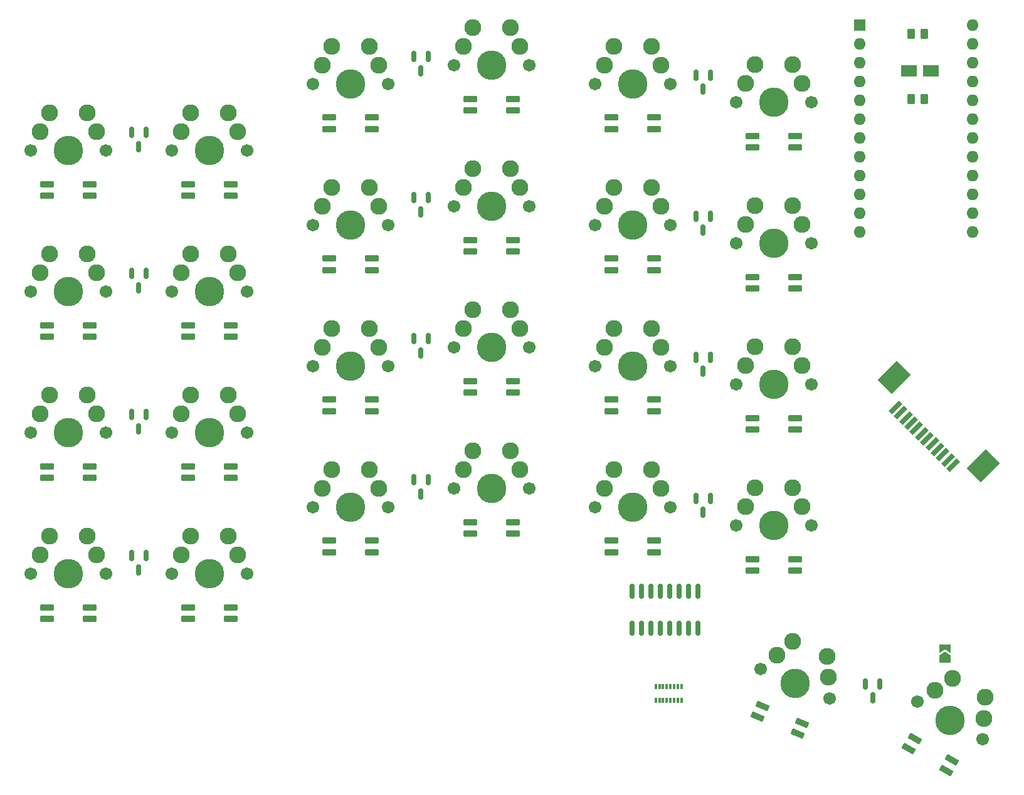
<source format=gbr>
%TF.GenerationSoftware,KiCad,Pcbnew,8.0.8-8.0.8-0~ubuntu22.04.1*%
%TF.CreationDate,2025-02-03T17:59:22-06:00*%
%TF.ProjectId,kbd,6b62642e-6b69-4636-9164-5f7063625858,rev?*%
%TF.SameCoordinates,Original*%
%TF.FileFunction,Soldermask,Bot*%
%TF.FilePolarity,Negative*%
%FSLAX46Y46*%
G04 Gerber Fmt 4.6, Leading zero omitted, Abs format (unit mm)*
G04 Created by KiCad (PCBNEW 8.0.8-8.0.8-0~ubuntu22.04.1) date 2025-02-03 17:59:22*
%MOMM*%
%LPD*%
G01*
G04 APERTURE LIST*
G04 Aperture macros list*
%AMRoundRect*
0 Rectangle with rounded corners*
0 $1 Rounding radius*
0 $2 $3 $4 $5 $6 $7 $8 $9 X,Y pos of 4 corners*
0 Add a 4 corners polygon primitive as box body*
4,1,4,$2,$3,$4,$5,$6,$7,$8,$9,$2,$3,0*
0 Add four circle primitives for the rounded corners*
1,1,$1+$1,$2,$3*
1,1,$1+$1,$4,$5*
1,1,$1+$1,$6,$7*
1,1,$1+$1,$8,$9*
0 Add four rect primitives between the rounded corners*
20,1,$1+$1,$2,$3,$4,$5,0*
20,1,$1+$1,$4,$5,$6,$7,0*
20,1,$1+$1,$6,$7,$8,$9,0*
20,1,$1+$1,$8,$9,$2,$3,0*%
%AMRotRect*
0 Rectangle, with rotation*
0 The origin of the aperture is its center*
0 $1 length*
0 $2 width*
0 $3 Rotation angle, in degrees counterclockwise*
0 Add horizontal line*
21,1,$1,$2,0,0,$3*%
%AMFreePoly0*
4,1,6,1.000000,0.000000,0.500000,-0.750000,-0.500000,-0.750000,-0.500000,0.750000,0.500000,0.750000,1.000000,0.000000,1.000000,0.000000,$1*%
%AMFreePoly1*
4,1,6,0.500000,-0.750000,-0.650000,-0.750000,-0.150000,0.000000,-0.650000,0.750000,0.500000,0.750000,0.500000,-0.750000,0.500000,-0.750000,$1*%
G04 Aperture macros list end*
%ADD10RoundRect,0.082000X-0.818000X-0.328000X0.818000X-0.328000X0.818000X0.328000X-0.818000X0.328000X0*%
%ADD11RoundRect,0.082000X0.818000X0.328000X-0.818000X0.328000X-0.818000X-0.328000X0.818000X-0.328000X0*%
%ADD12C,1.701800*%
%ADD13C,3.987800*%
%ADD14C,2.286000*%
%ADD15R,1.600000X1.600000*%
%ADD16O,1.600000X1.600000*%
%ADD17RoundRect,0.082000X-0.872409X0.124944X0.544409X-0.693056X0.872409X-0.124944X-0.544409X0.693056X0*%
%ADD18RoundRect,0.082000X-0.881133X0.017692X0.624813X-0.621544X0.881133X-0.017692X-0.624813X0.621544X0*%
%ADD19RotRect,0.610000X2.000000X315.000000*%
%ADD20RotRect,2.680000X3.600000X315.000000*%
%ADD21RoundRect,0.150000X-0.150000X0.587500X-0.150000X-0.587500X0.150000X-0.587500X0.150000X0.587500X0*%
%ADD22RoundRect,0.150000X0.150000X-0.850000X0.150000X0.850000X-0.150000X0.850000X-0.150000X-0.850000X0*%
%ADD23RoundRect,0.250000X0.262500X0.450000X-0.262500X0.450000X-0.262500X-0.450000X0.262500X-0.450000X0*%
%ADD24FreePoly0,90.000000*%
%ADD25FreePoly1,90.000000*%
%ADD26R,0.300000X0.800000*%
%ADD27R,1.500000X1.500000*%
%ADD28FreePoly0,0.000000*%
%ADD29FreePoly0,180.000000*%
%ADD30RoundRect,0.250000X-0.262500X-0.450000X0.262500X-0.450000X0.262500X0.450000X-0.262500X0.450000X0*%
G04 APERTURE END LIST*
D10*
%TO.C,LED35*%
X158150000Y-116740000D03*
X158150000Y-115160000D03*
X152350000Y-115160000D03*
X152350000Y-116740000D03*
%TD*%
D11*
%TO.C,LED01*%
X76150000Y-64510000D03*
X76150000Y-66090000D03*
X81950000Y-66090000D03*
X81950000Y-64510000D03*
%TD*%
D12*
%TO.C,SW04*%
X131120000Y-51000000D03*
D13*
X136200000Y-51000000D03*
D12*
X141280000Y-51000000D03*
D14*
X133660000Y-45920000D03*
X138740000Y-45920000D03*
X132390000Y-48460000D03*
X140010000Y-48460000D03*
%TD*%
D11*
%TO.C,LED04*%
X133300000Y-55510000D03*
X133300000Y-57090000D03*
X139100000Y-57090000D03*
X139100000Y-55510000D03*
%TD*%
D10*
%TO.C,LED30*%
X62900000Y-123240000D03*
X62900000Y-121660000D03*
X57100000Y-121660000D03*
X57100000Y-123240000D03*
%TD*%
D11*
%TO.C,LED20*%
X57100000Y-102609999D03*
X57100000Y-104189999D03*
X62900000Y-104189999D03*
X62900000Y-102609999D03*
%TD*%
D12*
%TO.C,SW05*%
X150170000Y-53500000D03*
D13*
X155250000Y-53500000D03*
D12*
X160330000Y-53500000D03*
D14*
X152710000Y-48420000D03*
X157790000Y-48420000D03*
X151440000Y-50960000D03*
X159060000Y-50960000D03*
%TD*%
D12*
%TO.C,SW13*%
X112070000Y-67550000D03*
D13*
X117150000Y-67550000D03*
D12*
X122230000Y-67550000D03*
D14*
X114610000Y-62470000D03*
X119690000Y-62470000D03*
X113340000Y-65010000D03*
X120960000Y-65010000D03*
%TD*%
D12*
%TO.C,SW33*%
X112070000Y-105650000D03*
D13*
X117150000Y-105650000D03*
D12*
X122230000Y-105650000D03*
D14*
X114610000Y-100570000D03*
X119690000Y-100570000D03*
X113340000Y-103110000D03*
X120960000Y-103110000D03*
%TD*%
D12*
%TO.C,SW37*%
X174650591Y-134410000D03*
D13*
X179050000Y-136950000D03*
D12*
X183449409Y-139490000D03*
D14*
X179390295Y-131280591D03*
X183789705Y-133820591D03*
X177020443Y-132845295D03*
X183619557Y-136655295D03*
%TD*%
D12*
%TO.C,SW15*%
X150170000Y-72550000D03*
D13*
X155250000Y-72550000D03*
D12*
X160330000Y-72550000D03*
D14*
X152710000Y-67470000D03*
X157790000Y-67470000D03*
X151440000Y-70010000D03*
X159060000Y-70010000D03*
%TD*%
D10*
%TO.C,LED13*%
X120050000Y-73640000D03*
X120050000Y-72060000D03*
X114250000Y-72060000D03*
X114250000Y-73640000D03*
%TD*%
D12*
%TO.C,SW14*%
X131120000Y-70050000D03*
D13*
X136200000Y-70050000D03*
D12*
X141280000Y-70050000D03*
D14*
X133660000Y-64970000D03*
X138740000Y-64970000D03*
X132390000Y-67510000D03*
X140010000Y-67510000D03*
%TD*%
D12*
%TO.C,SW31*%
X73970000Y-117150000D03*
D13*
X79050000Y-117150000D03*
D12*
X84130000Y-117150000D03*
D14*
X76510000Y-112070000D03*
X81590000Y-112070000D03*
X75240000Y-114610000D03*
X82860000Y-114610000D03*
%TD*%
D12*
%TO.C,SW03*%
X112070000Y-48500000D03*
D13*
X117150000Y-48500000D03*
D12*
X122230000Y-48500000D03*
D14*
X114610000Y-43420000D03*
X119690000Y-43420000D03*
X113340000Y-45960000D03*
X120960000Y-45960000D03*
%TD*%
D15*
%TO.C,U1*%
X166875000Y-43025000D03*
D16*
X166875000Y-45565000D03*
X166875000Y-48105000D03*
X166875000Y-50645000D03*
X166875000Y-53185000D03*
X166875000Y-55725000D03*
X166875000Y-58265000D03*
X166875000Y-60805000D03*
X166875000Y-63345000D03*
X166875000Y-65885000D03*
X166875000Y-68425000D03*
X166875000Y-70965000D03*
X182115000Y-70965000D03*
X182115000Y-68425000D03*
X182115000Y-65885000D03*
X182115000Y-63345000D03*
X182115000Y-60805000D03*
X182115000Y-58265000D03*
X182115000Y-55725000D03*
X182115000Y-53185000D03*
X182115000Y-50645000D03*
X182115000Y-48105000D03*
X182115000Y-45565000D03*
X182115000Y-43025000D03*
%TD*%
D10*
%TO.C,LED32*%
X101000000Y-114240000D03*
X101000000Y-112660000D03*
X95200000Y-112660000D03*
X95200000Y-114240000D03*
%TD*%
D11*
%TO.C,LED21*%
X76150000Y-102609999D03*
X76150000Y-104189999D03*
X81950000Y-104189999D03*
X81950000Y-102609999D03*
%TD*%
D12*
%TO.C,SW24*%
X131120000Y-89100000D03*
D13*
X136200000Y-89100000D03*
D12*
X141280000Y-89100000D03*
D14*
X133660000Y-84020000D03*
X138740000Y-84020000D03*
X132390000Y-86560000D03*
X140010000Y-86560000D03*
%TD*%
D17*
%TO.C,LED37*%
X178516474Y-143684160D03*
X179306474Y-142315840D03*
X174283526Y-139415840D03*
X173493526Y-140784160D03*
%TD*%
D12*
%TO.C,SW21*%
X73970000Y-98100000D03*
D13*
X79050000Y-98100000D03*
D12*
X84130000Y-98100000D03*
D14*
X76510000Y-93020000D03*
X81590000Y-93020000D03*
X75240000Y-95560000D03*
X82860000Y-95560000D03*
%TD*%
D11*
%TO.C,LED23*%
X114250000Y-91109999D03*
X114250000Y-92689999D03*
X120050000Y-92689999D03*
X120050000Y-91109999D03*
%TD*%
D12*
%TO.C,SW34*%
X131120000Y-108150000D03*
D13*
X136200000Y-108150000D03*
D12*
X141280000Y-108150000D03*
D14*
X133660000Y-103070000D03*
X138740000Y-103070000D03*
X132390000Y-105610000D03*
X140010000Y-105610000D03*
%TD*%
D10*
%TO.C,LED31*%
X81950000Y-123240000D03*
X81950000Y-121660000D03*
X76150000Y-121660000D03*
X76150000Y-123240000D03*
%TD*%
D12*
%TO.C,SW11*%
X73970000Y-79050000D03*
D13*
X79050000Y-79050000D03*
D12*
X84130000Y-79050000D03*
D14*
X76510000Y-73970000D03*
X81590000Y-73970000D03*
X75240000Y-76510000D03*
X82860000Y-76510000D03*
%TD*%
D11*
%TO.C,LED24*%
X133300000Y-93609999D03*
X133300000Y-95189999D03*
X139100000Y-95189999D03*
X139100000Y-93609999D03*
%TD*%
%TO.C,LED25*%
X152350000Y-96109999D03*
X152350000Y-97689999D03*
X158150000Y-97689999D03*
X158150000Y-96109999D03*
%TD*%
%TO.C,LED03*%
X114250000Y-53010000D03*
X114250000Y-54590000D03*
X120050000Y-54590000D03*
X120050000Y-53010000D03*
%TD*%
D10*
%TO.C,LED33*%
X120050000Y-111740000D03*
X120050000Y-110160000D03*
X114250000Y-110160000D03*
X114250000Y-111740000D03*
%TD*%
D18*
%TO.C,LED36*%
X158430786Y-138698065D03*
X159048142Y-137243667D03*
X153709214Y-134977427D03*
X153091858Y-136431825D03*
%TD*%
D12*
%TO.C,SW30*%
X54920000Y-117150000D03*
D13*
X60000000Y-117150000D03*
D12*
X65080000Y-117150000D03*
D14*
X57460000Y-112070000D03*
X62540000Y-112070000D03*
X56190000Y-114610000D03*
X63810000Y-114610000D03*
%TD*%
D12*
%TO.C,SW00*%
X54920000Y-60000000D03*
D13*
X60000000Y-60000000D03*
D12*
X65080000Y-60000000D03*
D14*
X57460000Y-54920000D03*
X62540000Y-54920000D03*
X56190000Y-57460000D03*
X63810000Y-57460000D03*
%TD*%
D12*
%TO.C,SW35*%
X150170000Y-110650000D03*
D13*
X155250000Y-110650000D03*
D12*
X160330000Y-110650000D03*
D14*
X152710000Y-105570000D03*
X157790000Y-105570000D03*
X151440000Y-108110000D03*
X159060000Y-108110000D03*
%TD*%
D10*
%TO.C,LED14*%
X139100000Y-76140000D03*
X139100000Y-74560000D03*
X133300000Y-74560000D03*
X133300000Y-76140000D03*
%TD*%
D11*
%TO.C,LED22*%
X95200000Y-93609999D03*
X95200000Y-95189999D03*
X101000000Y-95189999D03*
X101000000Y-93609999D03*
%TD*%
D10*
%TO.C,LED10*%
X62900000Y-85140000D03*
X62900000Y-83560000D03*
X57100000Y-83560000D03*
X57100000Y-85140000D03*
%TD*%
D12*
%TO.C,SW23*%
X112070000Y-86600000D03*
D13*
X117150000Y-86600000D03*
D12*
X122230000Y-86600000D03*
D14*
X114610000Y-81520000D03*
X119690000Y-81520000D03*
X113340000Y-84060000D03*
X120960000Y-84060000D03*
%TD*%
D12*
%TO.C,SW20*%
X54920000Y-98100000D03*
D13*
X60000000Y-98100000D03*
D12*
X65080000Y-98100000D03*
D14*
X57460000Y-93020000D03*
X62540000Y-93020000D03*
X56190000Y-95560000D03*
X63810000Y-95560000D03*
%TD*%
D12*
%TO.C,SW12*%
X93020000Y-70050000D03*
D13*
X98100000Y-70050000D03*
D12*
X103180000Y-70050000D03*
D14*
X95560000Y-64970000D03*
X100640000Y-64970000D03*
X94290000Y-67510000D03*
X101910000Y-67510000D03*
%TD*%
D10*
%TO.C,LED12*%
X101000000Y-76140000D03*
X101000000Y-74560000D03*
X95200000Y-74560000D03*
X95200000Y-76140000D03*
%TD*%
D11*
%TO.C,LED02*%
X95200000Y-55510000D03*
X95200000Y-57090000D03*
X101000000Y-57090000D03*
X101000000Y-55510000D03*
%TD*%
D12*
%TO.C,SW02*%
X93020000Y-51000000D03*
D13*
X98100000Y-51000000D03*
D12*
X103180000Y-51000000D03*
D14*
X95560000Y-45920000D03*
X100640000Y-45920000D03*
X94290000Y-48460000D03*
X101910000Y-48460000D03*
%TD*%
D10*
%TO.C,LED34*%
X139100000Y-114240000D03*
X139100000Y-112660000D03*
X133300000Y-112660000D03*
X133300000Y-114240000D03*
%TD*%
D11*
%TO.C,LED00*%
X57100000Y-64510000D03*
X57100000Y-66090000D03*
X62900000Y-66090000D03*
X62900000Y-64510000D03*
%TD*%
D10*
%TO.C,LED15*%
X158150000Y-78640000D03*
X158150000Y-77060000D03*
X152350000Y-77060000D03*
X152350000Y-78640000D03*
%TD*%
%TO.C,LED11*%
X81950000Y-85140000D03*
X81950000Y-83560000D03*
X76150000Y-83560000D03*
X76150000Y-85140000D03*
%TD*%
D12*
%TO.C,SW01*%
X73970000Y-60000000D03*
D13*
X79050000Y-60000000D03*
D12*
X84130000Y-60000000D03*
D14*
X76510000Y-54920000D03*
X81590000Y-54920000D03*
X75240000Y-57460000D03*
X82860000Y-57460000D03*
%TD*%
D12*
%TO.C,SW25*%
X150170000Y-91600000D03*
D13*
X155250000Y-91600000D03*
D12*
X160330000Y-91600000D03*
D14*
X152710000Y-86520000D03*
X157790000Y-86520000D03*
X151440000Y-89060000D03*
X159060000Y-89060000D03*
%TD*%
D11*
%TO.C,LED05*%
X152350000Y-58010000D03*
X152350000Y-59590000D03*
X158150000Y-59590000D03*
X158150000Y-58010000D03*
%TD*%
D12*
%TO.C,SW10*%
X54920000Y-79050000D03*
D13*
X60000000Y-79050000D03*
D12*
X65080000Y-79050000D03*
D14*
X57460000Y-73970000D03*
X62540000Y-73970000D03*
X56190000Y-76510000D03*
X63810000Y-76510000D03*
%TD*%
D12*
%TO.C,SW36*%
X153473835Y-129965086D03*
D13*
X158150000Y-131950000D03*
D12*
X162826165Y-133934914D03*
D14*
X157796832Y-126281378D03*
X162472996Y-128266292D03*
X155635334Y-128123232D03*
X162649581Y-131100603D03*
%TD*%
D12*
%TO.C,SW22*%
X93020000Y-89100000D03*
D13*
X98100000Y-89100000D03*
D12*
X103180000Y-89100000D03*
D14*
X95560000Y-84020000D03*
X100640000Y-84020000D03*
X94290000Y-86560000D03*
X101910000Y-86560000D03*
%TD*%
D12*
%TO.C,SW32*%
X93020000Y-108150000D03*
D13*
X98100000Y-108150000D03*
D12*
X103180000Y-108150000D03*
D14*
X95560000Y-103070000D03*
X100640000Y-103070000D03*
X94290000Y-105610000D03*
X101910000Y-105610000D03*
%TD*%
D19*
%TO.C,J1*%
X171684350Y-94694148D03*
X172391457Y-95401255D03*
X173098564Y-96108361D03*
X173805671Y-96815468D03*
X174512778Y-97522575D03*
X175219884Y-98229682D03*
X175926991Y-98936789D03*
X176634098Y-99643895D03*
X177341205Y-100351002D03*
X178048312Y-101058109D03*
X178755418Y-101765216D03*
X179462525Y-102472323D03*
D20*
X171550000Y-90600000D03*
X183556673Y-102606673D03*
%TD*%
D21*
%TO.C,D2425*%
X144775000Y-87912500D03*
X146675000Y-87912500D03*
X145725000Y-89787500D03*
%TD*%
D22*
%TO.C,U2*%
X145050000Y-124500000D03*
X143780000Y-124500000D03*
X142510000Y-124500000D03*
X141240000Y-124500000D03*
X139970000Y-124500000D03*
X138700000Y-124500000D03*
X137430000Y-124500000D03*
X136160000Y-124500000D03*
X136160000Y-119500000D03*
X137430000Y-119500000D03*
X138700000Y-119500000D03*
X139970000Y-119500000D03*
X141240000Y-119500000D03*
X142510000Y-119500000D03*
X143780000Y-119500000D03*
X145050000Y-119500000D03*
%TD*%
D21*
%TO.C,D0001*%
X68575000Y-57562500D03*
X70475000Y-57562500D03*
X69525000Y-59437500D03*
%TD*%
%TO.C,D3435*%
X144775000Y-106962500D03*
X146675000Y-106962500D03*
X145725000Y-108837500D03*
%TD*%
%TO.C,D0405*%
X144775000Y-49812500D03*
X146675000Y-49812500D03*
X145725000Y-51687500D03*
%TD*%
%TO.C,D1415*%
X144775000Y-68862500D03*
X146675000Y-68862500D03*
X145725000Y-70737500D03*
%TD*%
D23*
%TO.C,R1*%
X175600000Y-44205000D03*
X173775000Y-44205000D03*
%TD*%
D24*
%TO.C,JP2*%
X178350000Y-128650000D03*
D25*
X178350000Y-127200000D03*
%TD*%
D21*
%TO.C,D3031*%
X68575000Y-114712500D03*
X70475000Y-114712500D03*
X69525000Y-116587500D03*
%TD*%
%TO.C,D3233*%
X106675000Y-104462500D03*
X108575000Y-104462500D03*
X107625000Y-106337500D03*
%TD*%
%TO.C,D1011*%
X68575000Y-76612500D03*
X70475000Y-76612500D03*
X69525000Y-78487500D03*
%TD*%
D26*
%TO.C,RN2*%
X142805000Y-134200000D03*
X142305000Y-134200000D03*
X141805000Y-134200000D03*
X141305000Y-134200000D03*
X140805000Y-134200000D03*
X140305000Y-134200000D03*
X139805000Y-134200000D03*
X139305000Y-134200000D03*
X139305000Y-132400000D03*
X139805000Y-132400000D03*
X140305000Y-132400000D03*
X140805000Y-132400000D03*
X141305000Y-132400000D03*
X141805000Y-132400000D03*
X142305000Y-132400000D03*
X142805000Y-132400000D03*
%TD*%
D21*
%TO.C,D0203*%
X106675000Y-47312500D03*
X108575000Y-47312500D03*
X107625000Y-49187500D03*
%TD*%
%TO.C,D3637*%
X167650000Y-132012500D03*
X169550000Y-132012500D03*
X168600000Y-133887500D03*
%TD*%
%TO.C,D1213*%
X106675000Y-66362500D03*
X108575000Y-66362500D03*
X107625000Y-68237500D03*
%TD*%
%TO.C,D2223*%
X106675000Y-85412500D03*
X108575000Y-85412500D03*
X107625000Y-87287500D03*
%TD*%
%TO.C,D2021*%
X68575000Y-95662500D03*
X70475000Y-95662500D03*
X69525000Y-97537500D03*
%TD*%
D27*
%TO.C,JP1*%
X173787500Y-49205000D03*
X176187500Y-49205000D03*
D28*
X172987500Y-49205000D03*
D29*
X176987500Y-49205000D03*
%TD*%
D30*
%TO.C,R2*%
X173775000Y-53050000D03*
X175600000Y-53050000D03*
%TD*%
M02*

</source>
